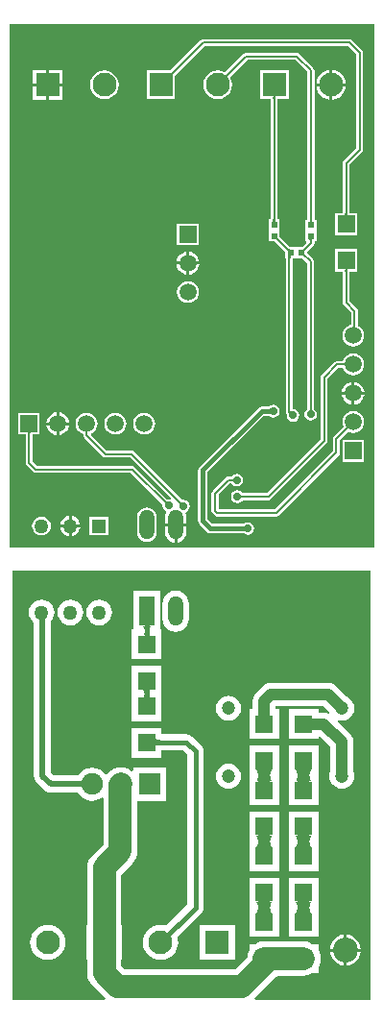
<source format=gbl>
G04*
G04 #@! TF.GenerationSoftware,Altium Limited,Altium Designer,20.0.13 (296)*
G04*
G04 Layer_Physical_Order=4*
G04 Layer_Color=16711680*
%FSLAX44Y44*%
%MOMM*%
G71*
G01*
G75*
%ADD11C,0.2000*%
%ADD17R,0.6000X0.5000*%
%ADD19R,0.5000X0.6000*%
%ADD25R,1.6000X1.6000*%
%ADD56C,2.0000*%
%ADD58C,0.4000*%
%ADD59C,1.0000*%
%ADD60C,0.5000*%
%ADD61C,2.2000*%
%ADD62R,1.2600X1.2600*%
%ADD63C,1.2600*%
%ADD64O,1.3208X2.6416*%
%ADD65R,1.3208X2.6416*%
%ADD66R,1.5000X1.5000*%
%ADD67C,1.5000*%
%ADD68R,1.5080X1.5080*%
%ADD69C,1.5080*%
%ADD70R,1.5000X1.5000*%
%ADD71C,1.9100*%
%ADD72R,1.9100X1.9100*%
%ADD73C,1.2000*%
%ADD74R,2.1000X2.1000*%
%ADD75C,2.1000*%
%ADD76C,0.7000*%
G36*
X324941Y404500D02*
X3059D01*
Y865941D01*
X324941D01*
Y404500D01*
D02*
G37*
G36*
X321883Y6118D02*
X220121D01*
X219703Y7387D01*
X238658Y26342D01*
X239343Y27177D01*
X262750D01*
X265690Y27467D01*
X268518Y28325D01*
X270249Y29250D01*
X275750D01*
Y34751D01*
X276675Y36482D01*
X277533Y39309D01*
X277823Y42250D01*
X277533Y45191D01*
X276675Y48018D01*
X275750Y49749D01*
Y55250D01*
X270249D01*
X268518Y56175D01*
X265690Y57033D01*
X262750Y57323D01*
X228000D01*
X225060Y57033D01*
X222232Y56175D01*
X220501Y55250D01*
X215000D01*
Y49749D01*
X214075Y48018D01*
X213217Y45191D01*
X213036Y43352D01*
X202507Y32823D01*
X104959D01*
X102073Y35709D01*
Y41000D01*
X102500D01*
Y72000D01*
X102073D01*
Y116257D01*
X111908Y126092D01*
X113782Y128376D01*
X115175Y130982D01*
X116033Y133809D01*
X116323Y136750D01*
Y181450D01*
X141550D01*
Y210550D01*
X112450D01*
Y208143D01*
X111180Y207542D01*
X109974Y208532D01*
X107368Y209925D01*
X104541Y210783D01*
X101600Y211073D01*
X98659Y210783D01*
X95832Y209925D01*
X93226Y208532D01*
X90942Y206658D01*
X90592Y206308D01*
X89372Y204821D01*
X87751Y204848D01*
X86577Y206377D01*
X83538Y208709D01*
X79998Y210175D01*
X76200Y210676D01*
X72402Y210175D01*
X68862Y208709D01*
X65823Y206377D01*
X63665Y203565D01*
X42633D01*
X40065Y206133D01*
Y339869D01*
X41471Y341701D01*
X42609Y344450D01*
X42997Y347400D01*
X42609Y350350D01*
X41471Y353099D01*
X39659Y355459D01*
X37299Y357271D01*
X34550Y358409D01*
X31600Y358797D01*
X28650Y358409D01*
X25901Y357271D01*
X23541Y355459D01*
X21730Y353099D01*
X20591Y350350D01*
X20203Y347400D01*
X20591Y344450D01*
X21730Y341701D01*
X23541Y339341D01*
X24935Y338271D01*
Y203000D01*
X25193Y201042D01*
X25949Y199218D01*
X27151Y197651D01*
X34151Y190651D01*
X34151Y190651D01*
X35718Y189449D01*
X37542Y188693D01*
X39500Y188435D01*
X39500Y188435D01*
X63665D01*
X65823Y185623D01*
X68862Y183291D01*
X72402Y181824D01*
X76200Y181325D01*
X79998Y181824D01*
X83538Y183291D01*
X85038Y184442D01*
X86177Y183880D01*
Y142993D01*
X76342Y133158D01*
X74468Y130874D01*
X73075Y128268D01*
X72217Y125441D01*
X71927Y122500D01*
Y72000D01*
X71500D01*
Y41000D01*
X71927D01*
Y29466D01*
X72217Y26525D01*
X73075Y23698D01*
X74468Y21092D01*
X76342Y18808D01*
X87762Y7387D01*
X87345Y6118D01*
X6118D01*
Y384500D01*
X321883D01*
Y6118D01*
D02*
G37*
%LPC*%
G36*
X303500Y852809D02*
X303500Y852809D01*
X174250D01*
X174250Y852809D01*
X173079Y852576D01*
X172087Y851913D01*
X172087Y851913D01*
X145174Y825000D01*
X124500D01*
Y800000D01*
X149500D01*
Y820674D01*
X175517Y846691D01*
X302233D01*
X309191Y839733D01*
Y756767D01*
X298087Y745663D01*
X297424Y744670D01*
X297191Y743500D01*
X297191Y743500D01*
Y699500D01*
X290250D01*
Y679500D01*
X310250D01*
Y699500D01*
X303309D01*
Y742233D01*
X314413Y753337D01*
X314413Y753337D01*
X315076Y754329D01*
X315309Y755500D01*
Y841000D01*
X315309Y841000D01*
X315076Y842170D01*
X314413Y843163D01*
X314413Y843163D01*
X305663Y851913D01*
X304671Y852576D01*
X303500Y852809D01*
D02*
G37*
G36*
X256750Y840559D02*
X256750Y840559D01*
X212000D01*
X212000Y840559D01*
X210830Y840326D01*
X209837Y839663D01*
X209837Y839663D01*
X193468Y823293D01*
X193304Y823419D01*
X190263Y824678D01*
X187000Y825108D01*
X183737Y824678D01*
X180696Y823419D01*
X178085Y821415D01*
X176081Y818804D01*
X174822Y815763D01*
X174392Y812500D01*
X174822Y809237D01*
X176081Y806196D01*
X178085Y803585D01*
X180696Y801581D01*
X183737Y800322D01*
X187000Y799892D01*
X190263Y800322D01*
X193304Y801581D01*
X195915Y803585D01*
X197919Y806196D01*
X199178Y809237D01*
X199608Y812500D01*
X199178Y815763D01*
X197919Y818804D01*
X197793Y818968D01*
X213267Y834441D01*
X255483D01*
X266191Y823733D01*
Y693500D01*
X264250D01*
Y684770D01*
X264250Y684500D01*
Y683500D01*
X264250Y683230D01*
Y674500D01*
X264878D01*
X265404Y673230D01*
X261924Y669750D01*
X257020D01*
X256750Y669750D01*
X255750D01*
X255480Y669750D01*
X250576D01*
X241750Y678576D01*
Y683480D01*
X241750Y683750D01*
Y684750D01*
X241750Y685020D01*
Y693750D01*
X239809D01*
Y800000D01*
X249500D01*
Y825000D01*
X224500D01*
Y800000D01*
X233691D01*
Y693750D01*
X231750D01*
Y685020D01*
X231750Y684750D01*
Y683750D01*
X231750Y683480D01*
Y674750D01*
X236924D01*
X246750Y664924D01*
Y661808D01*
X246741Y661763D01*
X246750Y661721D01*
Y659750D01*
X247191D01*
Y524251D01*
X247191Y524250D01*
X247424Y523080D01*
X248087Y522088D01*
X248105Y522070D01*
X247892Y521000D01*
X248319Y518854D01*
X249535Y517035D01*
X251354Y515819D01*
X253500Y515392D01*
X255646Y515819D01*
X257465Y517035D01*
X258681Y518854D01*
X259108Y521000D01*
X258681Y523146D01*
X257465Y524965D01*
X255646Y526181D01*
X253500Y526608D01*
X253309Y526765D01*
Y659750D01*
X255480D01*
X255750Y659750D01*
X256750D01*
X257020Y659750D01*
X261424D01*
X265941Y655233D01*
Y526571D01*
X265035Y525965D01*
X263819Y524146D01*
X263392Y522000D01*
X263819Y519854D01*
X265035Y518035D01*
X266854Y516819D01*
X269000Y516392D01*
X271146Y516819D01*
X272965Y518035D01*
X274181Y519854D01*
X274608Y522000D01*
X274181Y524146D01*
X272965Y525965D01*
X272059Y526571D01*
Y656500D01*
X272059Y656500D01*
X271826Y657671D01*
X271163Y658663D01*
X265750Y664076D01*
Y664924D01*
X271413Y670587D01*
X272076Y671580D01*
X272309Y672750D01*
X272309Y672750D01*
Y674500D01*
X274250D01*
Y683230D01*
X274250Y683500D01*
Y684500D01*
X274250Y684770D01*
Y693500D01*
X272309D01*
Y825000D01*
X272076Y826171D01*
X271413Y827163D01*
X271413Y827163D01*
X258913Y839663D01*
X257920Y840326D01*
X256750Y840559D01*
D02*
G37*
G36*
X288270Y825485D02*
Y813770D01*
X299985D01*
X299704Y815904D01*
X298390Y819076D01*
X296300Y821800D01*
X293576Y823890D01*
X290404Y825204D01*
X288270Y825485D01*
D02*
G37*
G36*
X285730D02*
X283596Y825204D01*
X280424Y823890D01*
X277700Y821800D01*
X275610Y819076D01*
X274296Y815904D01*
X274015Y813770D01*
X285730D01*
Y825485D01*
D02*
G37*
G36*
X50040Y825540D02*
X38270D01*
Y813770D01*
X50040D01*
Y825540D01*
D02*
G37*
G36*
X35730D02*
X23960D01*
Y813770D01*
X35730D01*
Y825540D01*
D02*
G37*
G36*
X87000Y825108D02*
X83737Y824678D01*
X80696Y823419D01*
X78085Y821415D01*
X76081Y818804D01*
X74822Y815763D01*
X74392Y812500D01*
X74822Y809237D01*
X76081Y806196D01*
X78085Y803585D01*
X80696Y801581D01*
X83737Y800322D01*
X87000Y799892D01*
X90263Y800322D01*
X93304Y801581D01*
X95915Y803585D01*
X97919Y806196D01*
X99178Y809237D01*
X99608Y812500D01*
X99178Y815763D01*
X97919Y818804D01*
X95915Y821415D01*
X93304Y823419D01*
X90263Y824678D01*
X87000Y825108D01*
D02*
G37*
G36*
X299985Y811230D02*
X288270D01*
Y799515D01*
X290404Y799796D01*
X293576Y801110D01*
X296300Y803200D01*
X298390Y805924D01*
X299704Y809096D01*
X299985Y811230D01*
D02*
G37*
G36*
X285730D02*
X274015D01*
X274296Y809096D01*
X275610Y805924D01*
X277700Y803200D01*
X280424Y801110D01*
X283596Y799796D01*
X285730Y799515D01*
Y811230D01*
D02*
G37*
G36*
X50040D02*
X38270D01*
Y799460D01*
X50040D01*
Y811230D01*
D02*
G37*
G36*
X35730D02*
X23960D01*
Y799460D01*
X35730D01*
Y811230D01*
D02*
G37*
G36*
X170290Y690190D02*
X151210D01*
Y671110D01*
X170290D01*
Y690190D01*
D02*
G37*
G36*
X162020Y665250D02*
Y656520D01*
X170750D01*
X170571Y657881D01*
X169555Y660333D01*
X167939Y662439D01*
X165833Y664055D01*
X163381Y665070D01*
X162020Y665250D01*
D02*
G37*
G36*
X159480D02*
X158119Y665070D01*
X155667Y664055D01*
X153561Y662439D01*
X151945Y660333D01*
X150929Y657881D01*
X150750Y656520D01*
X159480D01*
Y665250D01*
D02*
G37*
G36*
X170750Y653980D02*
X162020D01*
Y645250D01*
X163381Y645430D01*
X165833Y646445D01*
X167939Y648061D01*
X169555Y650166D01*
X170571Y652619D01*
X170750Y653980D01*
D02*
G37*
G36*
X159480D02*
X150750D01*
X150929Y652619D01*
X151945Y650166D01*
X153561Y648061D01*
X155667Y646445D01*
X158119Y645430D01*
X159480Y645250D01*
Y653980D01*
D02*
G37*
G36*
X160750Y639472D02*
X158260Y639144D01*
X155939Y638183D01*
X153946Y636654D01*
X152417Y634661D01*
X151456Y632340D01*
X151128Y629850D01*
X151456Y627360D01*
X152417Y625039D01*
X153946Y623046D01*
X155939Y621517D01*
X158260Y620556D01*
X160750Y620228D01*
X163240Y620556D01*
X165561Y621517D01*
X167554Y623046D01*
X169083Y625039D01*
X170044Y627360D01*
X170372Y629850D01*
X170044Y632340D01*
X169083Y634661D01*
X167554Y636654D01*
X165561Y638183D01*
X163240Y639144D01*
X160750Y639472D01*
D02*
G37*
G36*
X310250Y667500D02*
X290250D01*
Y647500D01*
X297191D01*
Y620500D01*
X297191Y620500D01*
X297424Y619329D01*
X298087Y618337D01*
X304691Y611733D01*
Y600744D01*
X304020Y600656D01*
X301709Y599698D01*
X299725Y598176D01*
X298202Y596191D01*
X297244Y593880D01*
X296918Y591400D01*
X297244Y588920D01*
X298202Y586609D01*
X299725Y584625D01*
X301709Y583102D01*
X304020Y582145D01*
X306500Y581818D01*
X308980Y582145D01*
X311291Y583102D01*
X313275Y584625D01*
X314798Y586609D01*
X315756Y588920D01*
X316082Y591400D01*
X315756Y593880D01*
X314798Y596191D01*
X313275Y598176D01*
X311291Y599698D01*
X310809Y599898D01*
Y613000D01*
X310576Y614170D01*
X309913Y615163D01*
X309913Y615163D01*
X303309Y621767D01*
Y647500D01*
X310250D01*
Y667500D01*
D02*
G37*
G36*
X306500Y575582D02*
X304020Y575256D01*
X301709Y574298D01*
X299725Y572775D01*
X298202Y570791D01*
X297484Y569059D01*
X292250D01*
X292250Y569059D01*
X291080Y568826D01*
X290087Y568163D01*
X278837Y556913D01*
X278174Y555920D01*
X277941Y554750D01*
X277941Y554750D01*
Y500017D01*
X230483Y452559D01*
X208821D01*
X208215Y453465D01*
X206396Y454681D01*
X204250Y455108D01*
X202104Y454681D01*
X200285Y453465D01*
X199069Y451646D01*
X198642Y449500D01*
X199069Y447354D01*
X200285Y445535D01*
X202104Y444319D01*
X204250Y443892D01*
X206396Y444319D01*
X208215Y445535D01*
X208821Y446441D01*
X231750D01*
X231750Y446441D01*
X232920Y446674D01*
X233913Y447337D01*
X283163Y496587D01*
X283163Y496587D01*
X283826Y497579D01*
X284059Y498750D01*
X284059Y498750D01*
Y553483D01*
X293517Y562941D01*
X297484D01*
X298202Y561209D01*
X299725Y559225D01*
X301709Y557702D01*
X304020Y556745D01*
X306500Y556418D01*
X308980Y556745D01*
X311291Y557702D01*
X313275Y559225D01*
X314798Y561209D01*
X315756Y563520D01*
X316082Y566000D01*
X315756Y568480D01*
X314798Y570791D01*
X313275Y572775D01*
X311291Y574298D01*
X308980Y575256D01*
X306500Y575582D01*
D02*
G37*
G36*
X307770Y550559D02*
Y541870D01*
X316459D01*
X316282Y543221D01*
X315270Y545663D01*
X313661Y547761D01*
X311563Y549370D01*
X309121Y550382D01*
X307770Y550559D01*
D02*
G37*
G36*
X305230D02*
X303879Y550382D01*
X301437Y549370D01*
X299339Y547761D01*
X297730Y545663D01*
X296718Y543221D01*
X296541Y541870D01*
X305230D01*
Y550559D01*
D02*
G37*
G36*
X316459Y539330D02*
X307770D01*
Y530641D01*
X309121Y530818D01*
X311563Y531830D01*
X313661Y533439D01*
X315270Y535537D01*
X316282Y537979D01*
X316459Y539330D01*
D02*
G37*
G36*
X305230D02*
X296541D01*
X296718Y537979D01*
X297730Y535537D01*
X299339Y533439D01*
X301437Y531830D01*
X303879Y530818D01*
X305230Y530641D01*
Y539330D01*
D02*
G37*
G36*
X236000Y530358D02*
X233854Y529931D01*
X232256Y528863D01*
X232173Y528851D01*
X231852Y528828D01*
X225750D01*
X224189Y528518D01*
X222866Y527634D01*
X222866Y527634D01*
X170866Y475634D01*
X169982Y474311D01*
X169672Y472750D01*
X169672Y472750D01*
Y428000D01*
X169672Y428000D01*
X169982Y426439D01*
X170866Y425116D01*
X177616Y418366D01*
X177616Y418366D01*
X178939Y417482D01*
X180500Y417172D01*
X209682D01*
X209905Y417152D01*
X210006Y417137D01*
X211604Y416069D01*
X213750Y415642D01*
X215896Y416069D01*
X217715Y417285D01*
X218931Y419104D01*
X219358Y421250D01*
X218931Y423396D01*
X217715Y425215D01*
X215896Y426431D01*
X213750Y426858D01*
X211604Y426431D01*
X210006Y425363D01*
X209923Y425350D01*
X209602Y425328D01*
X182189D01*
X177828Y429689D01*
Y471061D01*
X227439Y520672D01*
X231932D01*
X232155Y520652D01*
X232256Y520637D01*
X233854Y519569D01*
X236000Y519142D01*
X238146Y519569D01*
X239965Y520785D01*
X241181Y522604D01*
X241608Y524750D01*
X241181Y526896D01*
X239965Y528715D01*
X238146Y529931D01*
X236000Y530358D01*
D02*
G37*
G36*
X47270Y523709D02*
Y515020D01*
X55959D01*
X55782Y516371D01*
X54770Y518813D01*
X53161Y520911D01*
X51063Y522520D01*
X48621Y523532D01*
X47270Y523709D01*
D02*
G37*
G36*
X44730D02*
X43379Y523532D01*
X40937Y522520D01*
X38839Y520911D01*
X37230Y518813D01*
X36218Y516371D01*
X36041Y515020D01*
X44730D01*
Y523709D01*
D02*
G37*
G36*
X306500Y524782D02*
X304020Y524455D01*
X301709Y523498D01*
X299725Y521976D01*
X298202Y519991D01*
X297244Y517680D01*
X296918Y515200D01*
X297244Y512720D01*
X297962Y510988D01*
X289587Y502613D01*
X288924Y501620D01*
X288691Y500450D01*
X288691Y500450D01*
Y489267D01*
X237483Y438059D01*
X188017D01*
X187809Y438267D01*
Y450983D01*
X197767Y460941D01*
X199179D01*
X199785Y460035D01*
X201604Y458819D01*
X203750Y458392D01*
X205896Y458819D01*
X207715Y460035D01*
X208931Y461854D01*
X209358Y464000D01*
X208931Y466146D01*
X207715Y467965D01*
X205896Y469181D01*
X203750Y469608D01*
X201604Y469181D01*
X199785Y467965D01*
X199179Y467059D01*
X196500D01*
X196500Y467059D01*
X195329Y466826D01*
X194337Y466163D01*
X194337Y466163D01*
X182587Y454413D01*
X181924Y453420D01*
X181691Y452250D01*
X181691Y452250D01*
Y437000D01*
X181691Y437000D01*
X181924Y435830D01*
X182587Y434837D01*
X184587Y432837D01*
X185579Y432174D01*
X186750Y431941D01*
X238750D01*
X238750Y431941D01*
X239921Y432174D01*
X240913Y432837D01*
X293913Y485837D01*
X293913Y485837D01*
X294576Y486829D01*
X294809Y488000D01*
X294809Y488000D01*
Y499183D01*
X302288Y506662D01*
X304020Y505945D01*
X306500Y505618D01*
X308980Y505945D01*
X311291Y506902D01*
X313275Y508425D01*
X314798Y510409D01*
X315756Y512720D01*
X316082Y515200D01*
X315756Y517680D01*
X314798Y519991D01*
X313275Y521976D01*
X311291Y523498D01*
X308980Y524455D01*
X306500Y524782D01*
D02*
G37*
G36*
X122200Y523332D02*
X119720Y523005D01*
X117409Y522048D01*
X115425Y520526D01*
X113902Y518541D01*
X112945Y516230D01*
X112618Y513750D01*
X112945Y511270D01*
X113902Y508959D01*
X115425Y506975D01*
X117409Y505452D01*
X119720Y504495D01*
X122200Y504168D01*
X124680Y504495D01*
X126991Y505452D01*
X128975Y506975D01*
X130498Y508959D01*
X131455Y511270D01*
X131782Y513750D01*
X131455Y516230D01*
X130498Y518541D01*
X128975Y520526D01*
X126991Y522048D01*
X124680Y523005D01*
X122200Y523332D01*
D02*
G37*
G36*
X96800D02*
X94320Y523005D01*
X92009Y522048D01*
X90025Y520526D01*
X88502Y518541D01*
X87545Y516230D01*
X87218Y513750D01*
X87545Y511270D01*
X88502Y508959D01*
X90025Y506975D01*
X92009Y505452D01*
X94320Y504495D01*
X96800Y504168D01*
X99280Y504495D01*
X101591Y505452D01*
X103575Y506975D01*
X105098Y508959D01*
X106055Y511270D01*
X106382Y513750D01*
X106055Y516230D01*
X105098Y518541D01*
X103575Y520526D01*
X101591Y522048D01*
X99280Y523005D01*
X96800Y523332D01*
D02*
G37*
G36*
X55959Y512480D02*
X47270D01*
Y503791D01*
X48621Y503968D01*
X51063Y504980D01*
X53161Y506589D01*
X54770Y508687D01*
X55782Y511129D01*
X55959Y512480D01*
D02*
G37*
G36*
X44730D02*
X36041D01*
X36218Y511129D01*
X37230Y508687D01*
X38839Y506589D01*
X40937Y504980D01*
X43379Y503968D01*
X44730Y503791D01*
Y512480D01*
D02*
G37*
G36*
X316000Y499300D02*
X297000D01*
Y480300D01*
X316000D01*
Y499300D01*
D02*
G37*
G36*
X71400Y523332D02*
X68920Y523005D01*
X66609Y522048D01*
X64625Y520526D01*
X63102Y518541D01*
X62145Y516230D01*
X61818Y513750D01*
X62145Y511270D01*
X63102Y508959D01*
X64625Y506975D01*
X66609Y505452D01*
X68341Y504734D01*
Y503600D01*
X68341Y503600D01*
X68574Y502430D01*
X69237Y501437D01*
X85837Y484837D01*
X85837Y484837D01*
X86830Y484174D01*
X88000Y483941D01*
X88000Y483941D01*
X109749D01*
X145589Y448101D01*
X144963Y446931D01*
X143706Y447181D01*
X142637Y446968D01*
X113942Y475663D01*
X112950Y476326D01*
X111779Y476559D01*
X111779Y476559D01*
X27517D01*
X23659Y480417D01*
Y504250D01*
X30100D01*
Y523250D01*
X11100D01*
Y504250D01*
X17541D01*
Y479150D01*
X17541Y479150D01*
X17774Y477980D01*
X18437Y476987D01*
X24087Y471337D01*
X25080Y470674D01*
X26250Y470441D01*
X110512D01*
X138311Y442642D01*
X138098Y441573D01*
X138525Y439427D01*
X139741Y437608D01*
X141061Y436726D01*
X141574Y436208D01*
X141657Y435078D01*
X141041Y433591D01*
X140727Y431204D01*
Y425870D01*
X149950D01*
X159173D01*
Y431204D01*
X158859Y433591D01*
X158362Y434790D01*
X158961Y435910D01*
X159053Y435928D01*
X160872Y437144D01*
X162088Y438963D01*
X162515Y441109D01*
X162088Y443255D01*
X160872Y445074D01*
X159053Y446290D01*
X156907Y446717D01*
X155838Y446504D01*
X113179Y489163D01*
X112186Y489826D01*
X111016Y490059D01*
X111016Y490059D01*
X89267D01*
X75361Y503965D01*
X75609Y505211D01*
X76191Y505452D01*
X78176Y506975D01*
X79698Y508959D01*
X80655Y511270D01*
X80982Y513750D01*
X80655Y516230D01*
X79698Y518541D01*
X78176Y520526D01*
X76191Y522048D01*
X73880Y523005D01*
X71400Y523332D01*
D02*
G37*
G36*
X58270Y432349D02*
Y424870D01*
X65749D01*
X65613Y425908D01*
X64722Y428058D01*
X63305Y429905D01*
X61458Y431322D01*
X59308Y432212D01*
X58270Y432349D01*
D02*
G37*
G36*
X55730D02*
X54692Y432212D01*
X52542Y431322D01*
X50695Y429905D01*
X49278Y428058D01*
X48388Y425908D01*
X48251Y424870D01*
X55730D01*
Y432349D01*
D02*
G37*
G36*
X90700Y431900D02*
X74100D01*
Y415300D01*
X90700D01*
Y431900D01*
D02*
G37*
G36*
X31600Y431972D02*
X29433Y431686D01*
X27414Y430850D01*
X25680Y429520D01*
X24350Y427786D01*
X23514Y425767D01*
X23228Y423600D01*
X23514Y421433D01*
X24350Y419414D01*
X25680Y417680D01*
X27414Y416350D01*
X29433Y415514D01*
X31600Y415228D01*
X33767Y415514D01*
X35786Y416350D01*
X37520Y417680D01*
X38850Y419414D01*
X39686Y421433D01*
X39972Y423600D01*
X39686Y425767D01*
X38850Y427786D01*
X37520Y429520D01*
X35786Y430850D01*
X33767Y431686D01*
X31600Y431972D01*
D02*
G37*
G36*
X65749Y422330D02*
X58270D01*
Y414851D01*
X59308Y414987D01*
X61458Y415878D01*
X63305Y417295D01*
X64722Y419142D01*
X65613Y421292D01*
X65749Y422330D01*
D02*
G37*
G36*
X55730D02*
X48251D01*
X48388Y421292D01*
X49278Y419142D01*
X50695Y417295D01*
X52542Y415878D01*
X54692Y414987D01*
X55730Y414851D01*
Y422330D01*
D02*
G37*
G36*
X124550Y439882D02*
X122304Y439586D01*
X120211Y438720D01*
X118414Y437341D01*
X117034Y435543D01*
X116167Y433450D01*
X115872Y431204D01*
Y417996D01*
X116167Y415750D01*
X117034Y413657D01*
X118414Y411860D01*
X120211Y410480D01*
X122304Y409613D01*
X124550Y409318D01*
X126796Y409613D01*
X128889Y410480D01*
X130686Y411860D01*
X132066Y413657D01*
X132933Y415750D01*
X133228Y417996D01*
Y431204D01*
X132933Y433450D01*
X132066Y435543D01*
X130686Y437341D01*
X128889Y438720D01*
X126796Y439586D01*
X124550Y439882D01*
D02*
G37*
G36*
X159173Y423330D02*
X151220D01*
Y408940D01*
X152337Y409087D01*
X154561Y410009D01*
X156472Y411474D01*
X157937Y413385D01*
X158859Y415609D01*
X159173Y417996D01*
Y423330D01*
D02*
G37*
G36*
X148680D02*
X140727D01*
Y417996D01*
X141041Y415609D01*
X141963Y413385D01*
X143428Y411474D01*
X145338Y410009D01*
X147563Y409087D01*
X148680Y408940D01*
Y423330D01*
D02*
G37*
%LPD*%
G36*
X301260Y699084D02*
X301290Y698738D01*
X301340Y698434D01*
X301410Y698170D01*
X301500Y697947D01*
X301610Y697764D01*
X301740Y697622D01*
X301890Y697520D01*
X302060Y697459D01*
X302250Y697439D01*
X298250D01*
X298440Y697459D01*
X298610Y697520D01*
X298760Y697622D01*
X298890Y697764D01*
X299000Y697947D01*
X299090Y698170D01*
X299160Y698434D01*
X299210Y698738D01*
X299240Y699084D01*
X299250Y699470D01*
X301250D01*
X301260Y699084D01*
D02*
G37*
G36*
X238560Y802010D02*
X238390Y801951D01*
X238240Y801851D01*
X238110Y801711D01*
X238000Y801531D01*
X237910Y801311D01*
X237840Y801050D01*
X237790Y800751D01*
X237760Y800411D01*
X237750Y800031D01*
X235750D01*
X235740Y800411D01*
X235710Y800751D01*
X235660Y801050D01*
X235590Y801311D01*
X235500Y801531D01*
X235390Y801711D01*
X235260Y801851D01*
X235110Y801951D01*
X234940Y802010D01*
X234750Y802030D01*
X238750D01*
X238560Y802010D01*
D02*
G37*
G36*
X237760Y693334D02*
X237790Y692989D01*
X237840Y692684D01*
X237910Y692420D01*
X238000Y692197D01*
X238110Y692014D01*
X238240Y691872D01*
X238390Y691770D01*
X238560Y691709D01*
X238750Y691689D01*
X234750D01*
X234940Y691709D01*
X235110Y691770D01*
X235260Y691872D01*
X235390Y692014D01*
X235500Y692197D01*
X235590Y692420D01*
X235660Y692684D01*
X235710Y692989D01*
X235740Y693334D01*
X235750Y693719D01*
X237750D01*
X237760Y693334D01*
D02*
G37*
G36*
X270260Y693084D02*
X270290Y692738D01*
X270340Y692434D01*
X270410Y692170D01*
X270500Y691947D01*
X270610Y691764D01*
X270740Y691622D01*
X270890Y691520D01*
X271060Y691459D01*
X271250Y691439D01*
X267250D01*
X267440Y691459D01*
X267610Y691520D01*
X267760Y691622D01*
X267890Y691764D01*
X268000Y691947D01*
X268090Y692170D01*
X268160Y692434D01*
X268210Y692738D01*
X268240Y693084D01*
X268250Y693469D01*
X270250D01*
X270260Y693084D01*
D02*
G37*
G36*
X271060Y676541D02*
X270890Y676480D01*
X270740Y676378D01*
X270610Y676236D01*
X270500Y676053D01*
X270410Y675830D01*
X270340Y675566D01*
X270290Y675261D01*
X270260Y674916D01*
X270250Y674530D01*
X268250D01*
X268240Y674916D01*
X268210Y675261D01*
X268160Y675566D01*
X268090Y675830D01*
X268000Y676053D01*
X267890Y676236D01*
X267760Y676378D01*
X267610Y676480D01*
X267440Y676541D01*
X267250Y676561D01*
X271250D01*
X271060Y676541D01*
D02*
G37*
G36*
X252060Y661789D02*
X251890Y661727D01*
X251740Y661625D01*
X251610Y661482D01*
X251500Y661299D01*
X251410Y661076D01*
X251340Y660812D01*
X251290Y660509D01*
X251260Y660165D01*
X251250Y659781D01*
X249250D01*
X249245Y660161D01*
X249175Y661060D01*
X249133Y661281D01*
X249081Y661460D01*
X249020Y661600D01*
X248950Y661701D01*
X248870Y661760D01*
X248780Y661780D01*
X252250Y661811D01*
X252060Y661789D01*
D02*
G37*
G36*
X251125Y524794D02*
X251557Y524421D01*
X251678Y524336D01*
X251786Y524271D01*
X251883Y524225D01*
X251967Y524200D01*
X252040Y524194D01*
X252101Y524208D01*
X250292Y522399D01*
X250306Y522460D01*
X250300Y522533D01*
X250275Y522618D01*
X250230Y522714D01*
X250165Y522823D01*
X250080Y522943D01*
X249975Y523075D01*
X249707Y523376D01*
X249543Y523543D01*
X250957Y524958D01*
X251125Y524794D01*
D02*
G37*
G36*
X302060Y649541D02*
X301890Y649480D01*
X301740Y649378D01*
X301610Y649236D01*
X301500Y649053D01*
X301410Y648830D01*
X301340Y648566D01*
X301290Y648261D01*
X301260Y647916D01*
X301250Y647531D01*
X299250D01*
X299240Y647916D01*
X299210Y648261D01*
X299160Y648566D01*
X299090Y648830D01*
X299000Y649053D01*
X298890Y649236D01*
X298760Y649378D01*
X298610Y649480D01*
X298440Y649541D01*
X298250Y649561D01*
X302250D01*
X302060Y649541D01*
D02*
G37*
G36*
X233500Y522300D02*
X233396Y522385D01*
X233260Y522462D01*
X233093Y522529D01*
X232893Y522588D01*
X232662Y522637D01*
X232399Y522678D01*
X231777Y522732D01*
X231028Y522750D01*
Y526750D01*
X231418Y526754D01*
X232399Y526822D01*
X232662Y526862D01*
X232893Y526912D01*
X233093Y526970D01*
X233260Y527038D01*
X233396Y527114D01*
X233500Y527200D01*
Y522300D01*
D02*
G37*
G36*
X211250Y418800D02*
X211146Y418885D01*
X211010Y418962D01*
X210843Y419030D01*
X210643Y419088D01*
X210412Y419137D01*
X210149Y419178D01*
X209527Y419232D01*
X208778Y419250D01*
Y423250D01*
X209168Y423255D01*
X210149Y423322D01*
X210412Y423363D01*
X210643Y423412D01*
X210843Y423470D01*
X211010Y423538D01*
X211146Y423615D01*
X211250Y423700D01*
Y418800D01*
D02*
G37*
G36*
X22410Y506260D02*
X22240Y506200D01*
X22090Y506101D01*
X21960Y505961D01*
X21850Y505780D01*
X21760Y505560D01*
X21690Y505300D01*
X21640Y505000D01*
X21610Y504660D01*
X21600Y504281D01*
X19600D01*
X19590Y504660D01*
X19560Y505000D01*
X19510Y505300D01*
X19440Y505560D01*
X19350Y505780D01*
X19240Y505961D01*
X19110Y506101D01*
X18960Y506200D01*
X18790Y506260D01*
X18600Y506281D01*
X22600D01*
X22410Y506260D01*
D02*
G37*
%LPC*%
G36*
X82400Y358797D02*
X79450Y358409D01*
X76701Y357271D01*
X74341Y355459D01*
X72530Y353099D01*
X71391Y350350D01*
X71003Y347400D01*
X71391Y344450D01*
X72530Y341701D01*
X74341Y339341D01*
X76701Y337529D01*
X79450Y336391D01*
X82400Y336003D01*
X85350Y336391D01*
X88099Y337529D01*
X90459Y339341D01*
X92271Y341701D01*
X93409Y344450D01*
X93798Y347400D01*
X93409Y350350D01*
X92271Y353099D01*
X90459Y355459D01*
X88099Y357271D01*
X85350Y358409D01*
X82400Y358797D01*
D02*
G37*
G36*
X57000D02*
X54050Y358409D01*
X51301Y357271D01*
X48941Y355459D01*
X47130Y353099D01*
X45991Y350350D01*
X45603Y347400D01*
X45991Y344450D01*
X47130Y341701D01*
X48941Y339341D01*
X51301Y337529D01*
X54050Y336391D01*
X57000Y336003D01*
X59950Y336391D01*
X62699Y337529D01*
X65059Y339341D01*
X66871Y341701D01*
X68009Y344450D01*
X68397Y347400D01*
X68009Y350350D01*
X66871Y353099D01*
X65059Y355459D01*
X62699Y357271D01*
X59950Y358409D01*
X57000Y358797D01*
D02*
G37*
G36*
X149950Y366708D02*
X146921Y366309D01*
X144098Y365140D01*
X141674Y363280D01*
X139814Y360856D01*
X138645Y358033D01*
X138246Y355004D01*
Y341796D01*
X138645Y338767D01*
X139814Y335944D01*
X141674Y333520D01*
X144098Y331660D01*
X146921Y330491D01*
X149950Y330092D01*
X152979Y330491D01*
X155802Y331660D01*
X158226Y333520D01*
X160086Y335944D01*
X161255Y338767D01*
X161654Y341796D01*
Y355004D01*
X161255Y358033D01*
X160086Y360856D01*
X158226Y363280D01*
X155802Y365140D01*
X152979Y366309D01*
X149950Y366708D01*
D02*
G37*
G36*
X136154Y366608D02*
X112946D01*
Y332250D01*
X111250D01*
Y306250D01*
X137250D01*
Y332250D01*
X136154D01*
Y366608D01*
D02*
G37*
G36*
X284250Y285336D02*
X233858D01*
X231247Y284993D01*
X228815Y283985D01*
X226726Y282382D01*
X220868Y276524D01*
X219265Y274435D01*
X218257Y272003D01*
X217914Y269392D01*
Y262000D01*
X215000D01*
Y236000D01*
X241000D01*
Y262000D01*
X238086D01*
Y265164D01*
X280072D01*
X285429Y259807D01*
X285431Y259260D01*
X284164Y258410D01*
X283361Y258743D01*
X280750Y259086D01*
X275750D01*
Y262000D01*
X249750D01*
Y236000D01*
X275750D01*
Y237940D01*
X277020Y238466D01*
X286414Y229072D01*
Y207394D01*
X285783Y205872D01*
X285405Y203000D01*
X285783Y200128D01*
X286892Y197453D01*
X288655Y195155D01*
X290953Y193391D01*
X293628Y192283D01*
X296500Y191905D01*
X299372Y192283D01*
X302048Y193391D01*
X304345Y195155D01*
X306108Y197453D01*
X307217Y200128D01*
X307595Y203000D01*
X307217Y205872D01*
X306586Y207394D01*
Y233250D01*
X306243Y235861D01*
X305235Y238293D01*
X303632Y240382D01*
X292736Y251278D01*
X293455Y252355D01*
X293628Y252283D01*
X296500Y251905D01*
X299372Y252283D01*
X302048Y253391D01*
X304345Y255155D01*
X306108Y257453D01*
X307217Y260128D01*
X307595Y263000D01*
X307217Y265872D01*
X306108Y268547D01*
X304345Y270845D01*
X302048Y272609D01*
X300525Y273239D01*
X291382Y282382D01*
X289293Y283985D01*
X286861Y284993D01*
X284250Y285336D01*
D02*
G37*
G36*
X196500Y274095D02*
X193628Y273717D01*
X190953Y272609D01*
X188655Y270845D01*
X186891Y268547D01*
X185783Y265872D01*
X185405Y263000D01*
X185783Y260128D01*
X186891Y257453D01*
X188655Y255155D01*
X190953Y253391D01*
X193628Y252283D01*
X196500Y251905D01*
X199372Y252283D01*
X202048Y253391D01*
X204345Y255155D01*
X206108Y257453D01*
X207217Y260128D01*
X207595Y263000D01*
X207217Y265872D01*
X206108Y268547D01*
X204345Y270845D01*
X202048Y272609D01*
X199372Y273717D01*
X196500Y274095D01*
D02*
G37*
G36*
X137250Y300250D02*
X111250D01*
Y274250D01*
Y251500D01*
X137250D01*
Y274250D01*
Y300250D01*
D02*
G37*
G36*
X196500Y214095D02*
X193628Y213717D01*
X190953Y212609D01*
X188655Y210845D01*
X186891Y208547D01*
X185783Y205872D01*
X185405Y203000D01*
X185783Y200128D01*
X186891Y197453D01*
X188655Y195155D01*
X190953Y193391D01*
X193628Y192283D01*
X196500Y191905D01*
X199372Y192283D01*
X202048Y193391D01*
X204345Y195155D01*
X206108Y197453D01*
X207217Y200128D01*
X207595Y203000D01*
X207217Y205872D01*
X206108Y208547D01*
X204345Y210845D01*
X202048Y212609D01*
X199372Y213717D01*
X196500Y214095D01*
D02*
G37*
G36*
X275750Y230000D02*
X249750D01*
Y209370D01*
X249683Y209030D01*
X249750Y208691D01*
Y204000D01*
X249750D01*
Y203750D01*
X249750D01*
Y199059D01*
X249683Y198720D01*
X249750Y198380D01*
Y177750D01*
X275750D01*
Y198380D01*
X275817Y198720D01*
X275750Y199059D01*
Y203750D01*
X275750D01*
Y204000D01*
X275750D01*
Y208691D01*
X275817Y209030D01*
X275750Y209370D01*
Y230000D01*
D02*
G37*
G36*
X241000D02*
X215000D01*
Y209370D01*
X214932Y209030D01*
X215000Y208691D01*
Y204000D01*
X215000D01*
Y203750D01*
X215000D01*
Y199059D01*
X214932Y198720D01*
X215000Y198380D01*
Y177750D01*
X241000D01*
Y198380D01*
X241067Y198720D01*
X241000Y199059D01*
Y203750D01*
X241000D01*
Y204000D01*
X241000D01*
Y208691D01*
X241067Y209030D01*
X241000Y209370D01*
Y230000D01*
D02*
G37*
G36*
X275750Y171750D02*
X249750D01*
Y151120D01*
X249683Y150780D01*
X249750Y150441D01*
Y145750D01*
X249750D01*
X249750Y145500D01*
X249750D01*
Y140809D01*
X249683Y140470D01*
X249750Y140130D01*
Y119500D01*
X275750D01*
Y140130D01*
X275818Y140470D01*
X275750Y140809D01*
Y145500D01*
X275750D01*
X275750Y145750D01*
X275750D01*
Y150441D01*
X275817Y150780D01*
X275750Y151120D01*
Y171750D01*
D02*
G37*
G36*
X241000D02*
X215000D01*
Y151120D01*
X214932Y150780D01*
X215000Y150441D01*
Y145750D01*
X215000D01*
Y145500D01*
X215000D01*
Y140809D01*
X214932Y140470D01*
X215000Y140130D01*
Y119500D01*
X241000D01*
Y140130D01*
X241067Y140470D01*
X241000Y140809D01*
Y145500D01*
X241000D01*
Y145750D01*
X241000D01*
Y150441D01*
X241067Y150780D01*
X241000Y151120D01*
Y171750D01*
D02*
G37*
G36*
X137250Y245500D02*
X111250D01*
Y219500D01*
X137250D01*
Y225940D01*
X156576D01*
X160440Y222076D01*
Y90175D01*
X141517Y71252D01*
X139789Y71776D01*
X136750Y72075D01*
X133712Y71776D01*
X130790Y70889D01*
X128097Y69450D01*
X125737Y67513D01*
X123800Y65153D01*
X122361Y62460D01*
X121474Y59538D01*
X121175Y56500D01*
X121474Y53461D01*
X122361Y50540D01*
X123800Y47847D01*
X125737Y45487D01*
X128097Y43550D01*
X130790Y42111D01*
X133712Y41224D01*
X136750Y40925D01*
X139789Y41224D01*
X142710Y42111D01*
X145403Y43550D01*
X147763Y45487D01*
X149700Y47847D01*
X151139Y50540D01*
X152026Y53461D01*
X152325Y56500D01*
X152026Y59538D01*
X151502Y61267D01*
X172492Y82257D01*
X173615Y83720D01*
X174320Y85423D01*
X174560Y87250D01*
Y225000D01*
X174320Y226828D01*
X173615Y228530D01*
X172492Y229993D01*
X164493Y237992D01*
X163030Y239114D01*
X161327Y239820D01*
X159500Y240060D01*
X137250D01*
Y245500D01*
D02*
G37*
G36*
X275750Y113500D02*
X249750D01*
Y92870D01*
X249683Y92530D01*
X249750Y92191D01*
Y87500D01*
X249750D01*
Y87250D01*
X249750D01*
Y82559D01*
X249683Y82219D01*
X249750Y81880D01*
Y61250D01*
X275750D01*
Y81880D01*
X275818Y82219D01*
X275750Y82559D01*
Y87250D01*
X275750D01*
Y87500D01*
X275750D01*
Y92191D01*
X275818Y92530D01*
X275750Y92870D01*
Y113500D01*
D02*
G37*
G36*
X241000D02*
X215000D01*
Y92870D01*
X214932Y92530D01*
X215000Y92191D01*
Y87500D01*
X215000D01*
Y87250D01*
X215000D01*
Y82559D01*
X214932Y82219D01*
X215000Y81880D01*
Y61250D01*
X241000D01*
Y81880D01*
X241067Y82219D01*
X241000Y82559D01*
Y87250D01*
X241000D01*
Y87500D01*
X241000D01*
Y92191D01*
X241067Y92530D01*
X241000Y92870D01*
Y113500D01*
D02*
G37*
G36*
X300770Y63240D02*
Y51020D01*
X312990D01*
X312691Y53285D01*
X311327Y56578D01*
X309157Y59407D01*
X306328Y61577D01*
X303035Y62941D01*
X300770Y63240D01*
D02*
G37*
G36*
X298230D02*
X295965Y62941D01*
X292672Y61577D01*
X289843Y59407D01*
X287673Y56578D01*
X286308Y53285D01*
X286010Y51020D01*
X298230D01*
Y63240D01*
D02*
G37*
G36*
X202250Y72000D02*
X171250D01*
Y41000D01*
X202250D01*
Y72000D01*
D02*
G37*
G36*
X37000Y72075D02*
X33962Y71776D01*
X31040Y70889D01*
X28347Y69450D01*
X25987Y67513D01*
X24050Y65153D01*
X22611Y62460D01*
X21724Y59538D01*
X21425Y56500D01*
X21724Y53461D01*
X22611Y50540D01*
X24050Y47847D01*
X25987Y45487D01*
X28347Y43550D01*
X31040Y42111D01*
X33962Y41224D01*
X37000Y40925D01*
X40038Y41224D01*
X42960Y42111D01*
X45653Y43550D01*
X48013Y45487D01*
X49950Y47847D01*
X51389Y50540D01*
X52276Y53461D01*
X52575Y56500D01*
X52276Y59538D01*
X51389Y62460D01*
X49950Y65153D01*
X48013Y67513D01*
X45653Y69450D01*
X42960Y70889D01*
X40038Y71776D01*
X37000Y72075D01*
D02*
G37*
G36*
X312990Y48480D02*
X300770D01*
Y36260D01*
X303035Y36558D01*
X306328Y37923D01*
X309157Y40093D01*
X311327Y42922D01*
X312691Y46215D01*
X312990Y48480D01*
D02*
G37*
G36*
X298230D02*
X286010D01*
X286308Y46215D01*
X287673Y42922D01*
X289843Y40093D01*
X292672Y37923D01*
X295965Y36558D01*
X298230Y36260D01*
Y48480D01*
D02*
G37*
%LPD*%
G36*
X128170Y335182D02*
X127830Y335062D01*
X127530Y334863D01*
X127270Y334582D01*
X127050Y334222D01*
X126870Y333783D01*
X126730Y333262D01*
X126630Y332663D01*
X126570Y331982D01*
X126550Y331222D01*
X122550D01*
X122530Y331982D01*
X122470Y332663D01*
X122370Y333262D01*
X122230Y333783D01*
X122050Y334222D01*
X121830Y334582D01*
X121570Y334863D01*
X121270Y335062D01*
X120930Y335182D01*
X120550Y335223D01*
X128550D01*
X128170Y335182D01*
D02*
G37*
G36*
X126570Y330454D02*
X126630Y329769D01*
X126730Y329164D01*
X126870Y328640D01*
X127050Y328197D01*
X127270Y327834D01*
X127530Y327552D01*
X127830Y327350D01*
X128170Y327229D01*
X128550Y327189D01*
X120550D01*
X120930Y327229D01*
X121270Y327350D01*
X121570Y327552D01*
X121830Y327834D01*
X122050Y328197D01*
X122230Y328640D01*
X122370Y329164D01*
X122470Y329769D01*
X122530Y330454D01*
X122550Y331219D01*
X126550D01*
X126570Y330454D01*
D02*
G37*
G36*
X128120Y279271D02*
X127780Y279150D01*
X127480Y278948D01*
X127220Y278666D01*
X127000Y278303D01*
X126820Y277860D01*
X126680Y277336D01*
X126580Y276731D01*
X126520Y276046D01*
X126516Y275875D01*
X126520Y275704D01*
X126580Y275019D01*
X126680Y274414D01*
X126820Y273890D01*
X127000Y273447D01*
X127220Y273084D01*
X127480Y272802D01*
X127780Y272600D01*
X128120Y272479D01*
X128500Y272439D01*
X120500D01*
X120880Y272479D01*
X121220Y272600D01*
X121520Y272802D01*
X121780Y273084D01*
X122000Y273447D01*
X122180Y273890D01*
X122320Y274414D01*
X122420Y275019D01*
X122480Y275704D01*
X122485Y275875D01*
X122480Y276046D01*
X122420Y276731D01*
X122320Y277336D01*
X122180Y277860D01*
X122000Y278303D01*
X121780Y278666D01*
X121520Y278948D01*
X121220Y279150D01*
X120880Y279271D01*
X120500Y279311D01*
X128500D01*
X128120Y279271D01*
D02*
G37*
G36*
X270155Y208930D02*
X269650Y208630D01*
X269205Y208130D01*
X268819Y207430D01*
X268492Y206530D01*
X268225Y205430D01*
X268017Y204130D01*
X267996Y203911D01*
X268017Y203619D01*
X268225Y202320D01*
X268492Y201220D01*
X268819Y200319D01*
X269205Y199620D01*
X269650Y199119D01*
X270155Y198820D01*
X270720Y198720D01*
X254781D01*
X255345Y198820D01*
X255849Y199119D01*
X256295Y199620D01*
X256681Y200319D01*
X257008Y201220D01*
X257275Y202320D01*
X257483Y203619D01*
X257504Y203839D01*
X257483Y204130D01*
X257275Y205430D01*
X257008Y206530D01*
X256681Y207430D01*
X256295Y208130D01*
X255849Y208630D01*
X255345Y208930D01*
X254781Y209030D01*
X270720D01*
X270155Y208930D01*
D02*
G37*
G36*
X235405D02*
X234900Y208630D01*
X234455Y208130D01*
X234069Y207430D01*
X233742Y206530D01*
X233475Y205430D01*
X233267Y204130D01*
X233246Y203911D01*
X233267Y203619D01*
X233475Y202320D01*
X233742Y201220D01*
X234069Y200319D01*
X234455Y199620D01*
X234900Y199119D01*
X235405Y198820D01*
X235970Y198720D01*
X220030D01*
X220595Y198820D01*
X221099Y199119D01*
X221545Y199620D01*
X221931Y200319D01*
X222258Y201220D01*
X222525Y202320D01*
X222733Y203619D01*
X222754Y203839D01*
X222733Y204130D01*
X222525Y205430D01*
X222258Y206530D01*
X221931Y207430D01*
X221545Y208130D01*
X221099Y208630D01*
X220595Y208930D01*
X220030Y209030D01*
X235970D01*
X235405Y208930D01*
D02*
G37*
G36*
X270155Y150680D02*
X269650Y150380D01*
X269205Y149880D01*
X268819Y149180D01*
X268492Y148280D01*
X268225Y147181D01*
X268017Y145880D01*
X267996Y145661D01*
X268017Y145370D01*
X268225Y144069D01*
X268492Y142970D01*
X268819Y142070D01*
X269205Y141369D01*
X269650Y140870D01*
X270155Y140569D01*
X270720Y140470D01*
X254781D01*
X255345Y140569D01*
X255849Y140870D01*
X256295Y141369D01*
X256681Y142070D01*
X257008Y142970D01*
X257275Y144069D01*
X257483Y145370D01*
X257504Y145588D01*
X257483Y145880D01*
X257275Y147181D01*
X257008Y148280D01*
X256681Y149180D01*
X256295Y149880D01*
X255849Y150380D01*
X255345Y150680D01*
X254781Y150780D01*
X270720D01*
X270155Y150680D01*
D02*
G37*
G36*
X235405D02*
X234900Y150380D01*
X234455Y149880D01*
X234069Y149180D01*
X233742Y148280D01*
X233475Y147181D01*
X233267Y145880D01*
X233246Y145661D01*
X233267Y145370D01*
X233475Y144069D01*
X233742Y142970D01*
X234069Y142070D01*
X234455Y141369D01*
X234900Y140870D01*
X235405Y140569D01*
X235970Y140470D01*
X220030D01*
X220595Y140569D01*
X221099Y140870D01*
X221545Y141369D01*
X221931Y142070D01*
X222258Y142970D01*
X222525Y144069D01*
X222733Y145370D01*
X222754Y145589D01*
X222733Y145880D01*
X222525Y147181D01*
X222258Y148280D01*
X221931Y149180D01*
X221545Y149880D01*
X221099Y150380D01*
X220595Y150680D01*
X220030Y150780D01*
X235970D01*
X235405Y150680D01*
D02*
G37*
G36*
X132229Y236620D02*
X132350Y236280D01*
X132552Y235980D01*
X132834Y235720D01*
X133197Y235500D01*
X133640Y235320D01*
X134164Y235180D01*
X134768Y235080D01*
X135454Y235020D01*
X136220Y235000D01*
Y231000D01*
X135454Y230980D01*
X134768Y230920D01*
X134164Y230820D01*
X133640Y230680D01*
X133197Y230500D01*
X132834Y230280D01*
X132552Y230020D01*
X132350Y229720D01*
X132229Y229380D01*
X132189Y229000D01*
Y237000D01*
X132229Y236620D01*
D02*
G37*
G36*
X270155Y92430D02*
X269650Y92130D01*
X269205Y91630D01*
X268819Y90931D01*
X268492Y90030D01*
X268225Y88931D01*
X268017Y87631D01*
X267996Y87411D01*
X268017Y87120D01*
X268225Y85820D01*
X268492Y84719D01*
X268819Y83820D01*
X269205Y83119D01*
X269650Y82619D01*
X270155Y82319D01*
X270720Y82219D01*
X254781D01*
X255345Y82319D01*
X255849Y82619D01*
X256295Y83119D01*
X256681Y83820D01*
X257008Y84719D01*
X257275Y85820D01*
X257483Y87120D01*
X257504Y87338D01*
X257483Y87631D01*
X257275Y88931D01*
X257008Y90030D01*
X256681Y90931D01*
X256295Y91630D01*
X255849Y92130D01*
X255345Y92430D01*
X254781Y92530D01*
X270720D01*
X270155Y92430D01*
D02*
G37*
G36*
X235405D02*
X234900Y92130D01*
X234455Y91630D01*
X234069Y90931D01*
X233742Y90030D01*
X233475Y88931D01*
X233267Y87631D01*
X233246Y87411D01*
X233267Y87120D01*
X233475Y85820D01*
X233742Y84719D01*
X234069Y83820D01*
X234455Y83119D01*
X234900Y82619D01*
X235405Y82319D01*
X235970Y82219D01*
X220030D01*
X220595Y82319D01*
X221099Y82619D01*
X221545Y83119D01*
X221931Y83820D01*
X222258Y84719D01*
X222525Y85820D01*
X222733Y87120D01*
X222754Y87338D01*
X222733Y87631D01*
X222525Y88931D01*
X222258Y90030D01*
X221931Y90931D01*
X221545Y91630D01*
X221099Y92130D01*
X220595Y92430D01*
X220030Y92530D01*
X235970D01*
X235405Y92430D01*
D02*
G37*
D11*
X26250Y473500D02*
X111779D01*
X20600Y479150D02*
X26250Y473500D01*
X111779D02*
X143706Y441573D01*
X20600Y479150D02*
Y513750D01*
X71400Y503600D02*
X88000Y487000D01*
X111016D02*
X156907Y441109D01*
X71400Y503600D02*
Y513750D01*
X88000Y487000D02*
X111016D01*
X231750Y449500D02*
X281000Y498750D01*
Y554750D02*
X292250Y566000D01*
X281000Y498750D02*
Y554750D01*
X291750Y500450D02*
X306500Y515200D01*
X291750Y488000D02*
Y500450D01*
X186750Y435000D02*
X238750D01*
X291750Y488000D01*
X184750Y437000D02*
Y452250D01*
Y437000D02*
X186750Y435000D01*
X184750Y452250D02*
X196500Y464000D01*
X203750D01*
X292250Y566000D02*
X306500D01*
X204250Y449500D02*
X231750D01*
X306500Y591400D02*
X307750Y592650D01*
Y613000D01*
X300250Y620500D02*
X307750Y613000D01*
X300250Y620500D02*
Y657500D01*
X137000Y812500D02*
X174250Y849750D01*
X303500D01*
X312250Y755500D02*
Y841000D01*
X303500Y849750D02*
X312250Y841000D01*
X300250Y689500D02*
Y743500D01*
X312250Y755500D01*
X251250Y664750D02*
Y665250D01*
X249750Y666750D02*
X251250Y665250D01*
X249250Y666750D02*
X249750D01*
X238750Y677250D02*
X249250Y666750D01*
X238750Y677250D02*
Y677750D01*
X237250Y679250D02*
X238750Y677750D01*
X236750Y679250D02*
X237250D01*
X261250Y664750D02*
Y665250D01*
X262750Y666750D01*
X263250D01*
X269250Y672750D01*
Y679000D01*
X187000Y812500D02*
X212000Y837500D01*
X256750D01*
X269250Y689000D02*
Y825000D01*
X256750Y837500D02*
X269250Y825000D01*
X236750Y689250D02*
Y812250D01*
X237000Y812500D01*
X261250Y664250D02*
X269000Y656500D01*
Y522000D02*
Y656500D01*
X253500Y521000D02*
Y521000D01*
X250250Y524250D02*
X253500Y521000D01*
X250250Y524250D02*
Y663750D01*
X261250Y664250D02*
Y664750D01*
X250250Y663750D02*
X251250Y664750D01*
D17*
X269250Y679000D02*
D03*
Y689000D02*
D03*
X236750Y679250D02*
D03*
Y689250D02*
D03*
D19*
X251250Y664750D02*
D03*
X261250D02*
D03*
D25*
X300250Y657500D02*
D03*
Y689500D02*
D03*
X124250Y232500D02*
D03*
Y264500D02*
D03*
Y287250D02*
D03*
Y319250D02*
D03*
X228000Y249000D02*
D03*
Y217000D02*
D03*
Y190750D02*
D03*
Y158750D02*
D03*
Y132500D02*
D03*
Y100500D02*
D03*
Y74250D02*
D03*
Y42250D02*
D03*
X262750D02*
D03*
Y74250D02*
D03*
Y100500D02*
D03*
Y132500D02*
D03*
X262750Y249000D02*
D03*
Y217000D02*
D03*
Y190750D02*
D03*
Y158750D02*
D03*
D56*
X228000Y42250D02*
X262750D01*
X228000Y37000D02*
Y42250D01*
X208750Y17750D02*
X228000Y37000D01*
X87000Y29466D02*
Y56500D01*
Y29466D02*
X98716Y17750D01*
X208750D01*
X101250Y195650D02*
X101600Y196000D01*
X101250Y136750D02*
Y195650D01*
X87000Y56500D02*
Y122500D01*
X101250Y136750D01*
D58*
X124250Y233000D02*
X159500D01*
X124250Y264500D02*
X124500Y264750D01*
X124250Y287250D02*
X124500Y287000D01*
Y264750D02*
Y287000D01*
X180500Y421250D02*
X213750D01*
X173750Y428000D02*
X180500Y421250D01*
X173750Y428000D02*
Y472750D01*
X225750Y524750D02*
X236000D01*
X173750Y472750D02*
X225750Y524750D01*
X167500Y87250D02*
Y225000D01*
X159500Y233000D02*
X167500Y225000D01*
X136750Y56500D02*
X167500Y87250D01*
X124550Y323950D02*
Y348400D01*
Y323950D02*
X128750Y319750D01*
D59*
X284250Y275250D02*
X296500Y263000D01*
X233858Y275250D02*
X284250D01*
X228000Y249000D02*
Y269392D01*
X233858Y275250D01*
X296500Y203000D02*
Y233250D01*
X280750Y249000D02*
X296500Y233250D01*
X262750Y249000D02*
X280750D01*
X262750Y190750D02*
Y217000D01*
X228000Y190750D02*
Y217000D01*
X262750Y132500D02*
Y158750D01*
X262750Y158750D02*
X262750Y158750D01*
X228000Y132500D02*
Y158750D01*
X262750Y74250D02*
Y100500D01*
X228000Y74250D02*
Y100500D01*
D60*
X31600Y347400D02*
X32500Y346500D01*
Y203000D02*
Y346500D01*
Y203000D02*
X39500Y196000D01*
X76200D01*
D61*
X299500Y49750D02*
D03*
D62*
X82400Y423600D02*
D03*
D63*
X57000D02*
D03*
X31600D02*
D03*
Y347400D02*
D03*
X57000D02*
D03*
X82400D02*
D03*
D64*
X124550Y424600D02*
D03*
X149950D02*
D03*
Y348400D02*
D03*
D65*
X124550D02*
D03*
D66*
X20600Y513750D02*
D03*
D67*
X46000D02*
D03*
X71400D02*
D03*
X96800D02*
D03*
X122200D02*
D03*
X306500Y515200D02*
D03*
Y540600D02*
D03*
Y566000D02*
D03*
Y591400D02*
D03*
D68*
X160750Y680650D02*
D03*
D69*
Y655250D02*
D03*
Y629850D02*
D03*
D70*
X306500Y489800D02*
D03*
D71*
X76200Y196000D02*
D03*
X101600D02*
D03*
D72*
X127000D02*
D03*
D73*
X196500Y203000D02*
D03*
X296500D02*
D03*
Y263000D02*
D03*
X196500D02*
D03*
D74*
X137000Y812500D02*
D03*
X237000D02*
D03*
X87000Y56500D02*
D03*
X186750D02*
D03*
X37000Y812500D02*
D03*
D75*
X187000D02*
D03*
X287000D02*
D03*
X37000Y56500D02*
D03*
X136750D02*
D03*
X87000Y812500D02*
D03*
D76*
X33750Y524000D02*
D03*
X58750D02*
D03*
X83408Y524007D02*
D03*
X109750Y523500D02*
D03*
Y505500D02*
D03*
X84250Y505000D02*
D03*
X58500D02*
D03*
X34500Y505250D02*
D03*
X314000Y503250D02*
D03*
X313750Y527250D02*
D03*
X313000Y553500D02*
D03*
X312500Y579000D02*
D03*
X290250Y639000D02*
D03*
X290750Y611750D02*
D03*
X279250Y580750D02*
D03*
X159250Y454500D02*
D03*
X201250Y483250D02*
D03*
X213750Y421250D02*
D03*
X209500Y457000D02*
D03*
X203750Y464000D02*
D03*
X204250Y449500D02*
D03*
X269000Y522000D02*
D03*
X253500Y521000D02*
D03*
X261500Y516750D02*
D03*
X236000Y524750D02*
D03*
X156907Y441109D02*
D03*
X143706Y441573D02*
D03*
M02*

</source>
